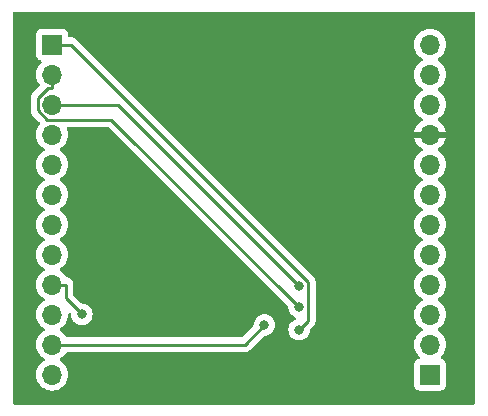
<source format=gbl>
G04 #@! TF.GenerationSoftware,KiCad,Pcbnew,7.0.7*
G04 #@! TF.CreationDate,2023-09-07T14:52:05+08:00*
G04 #@! TF.ProjectId,rs485,72733438-352e-46b6-9963-61645f706362,rev?*
G04 #@! TF.SameCoordinates,Original*
G04 #@! TF.FileFunction,Copper,L2,Bot*
G04 #@! TF.FilePolarity,Positive*
%FSLAX46Y46*%
G04 Gerber Fmt 4.6, Leading zero omitted, Abs format (unit mm)*
G04 Created by KiCad (PCBNEW 7.0.7) date 2023-09-07 14:52:05*
%MOMM*%
%LPD*%
G01*
G04 APERTURE LIST*
G04 #@! TA.AperFunction,ComponentPad*
%ADD10R,1.700000X1.700000*%
G04 #@! TD*
G04 #@! TA.AperFunction,ComponentPad*
%ADD11O,1.700000X1.700000*%
G04 #@! TD*
G04 #@! TA.AperFunction,ViaPad*
%ADD12C,0.800000*%
G04 #@! TD*
G04 #@! TA.AperFunction,Conductor*
%ADD13C,0.250000*%
G04 #@! TD*
G04 APERTURE END LIST*
D10*
X133604000Y-97277000D03*
D11*
X133604000Y-99817000D03*
X133604000Y-102357000D03*
X133604000Y-104897000D03*
X133604000Y-107437000D03*
X133604000Y-109977000D03*
X133604000Y-112517000D03*
X133604000Y-115057000D03*
X133604000Y-117597000D03*
X133604000Y-120137000D03*
X133604000Y-122677000D03*
X133604000Y-125217000D03*
D10*
X165608000Y-125222000D03*
D11*
X165608000Y-122682000D03*
X165608000Y-120142000D03*
X165608000Y-117602000D03*
X165608000Y-115062000D03*
X165608000Y-112522000D03*
X165608000Y-109982000D03*
X165608000Y-107442000D03*
X165608000Y-104902000D03*
X165608000Y-102362000D03*
X165608000Y-99822000D03*
X165608000Y-97282000D03*
D12*
X154517700Y-121420000D03*
X154505200Y-119507500D03*
X154518600Y-117712500D03*
X136127000Y-120120000D03*
X151585000Y-121011000D03*
D13*
X155283900Y-117376400D02*
X155283900Y-120653800D01*
X134779300Y-97277000D02*
X135184500Y-97277000D01*
X155283900Y-120653800D02*
X154517700Y-121420000D01*
X133604000Y-97277000D02*
X134779300Y-97277000D01*
X135184500Y-97277000D02*
X155283900Y-117376400D01*
X133186000Y-103627000D02*
X138624700Y-103627000D01*
X138624700Y-103627000D02*
X154505200Y-119507500D01*
X133604000Y-99817000D02*
X133604000Y-100992300D01*
X133604000Y-100992300D02*
X133236700Y-100992300D01*
X132411400Y-102852400D02*
X133186000Y-103627000D01*
X133236700Y-100992300D02*
X132411400Y-101817600D01*
X132411400Y-101817600D02*
X132411400Y-102852400D01*
X133604000Y-102357000D02*
X139163100Y-102357000D01*
X139163100Y-102357000D02*
X154518600Y-117712500D01*
X134779300Y-117597000D02*
X134779300Y-118772300D01*
X134779300Y-118772300D02*
X136127000Y-120120000D01*
X133604000Y-117597000D02*
X134779300Y-117597000D01*
X133604000Y-122677000D02*
X149919000Y-122677000D01*
X149919000Y-122677000D02*
X151585000Y-121011000D01*
G04 #@! TA.AperFunction,Conductor*
G36*
X169361039Y-94507685D02*
G01*
X169406794Y-94560489D01*
X169418000Y-94612000D01*
X169418000Y-127638000D01*
X169398315Y-127705039D01*
X169345511Y-127750794D01*
X169294000Y-127762000D01*
X130426000Y-127762000D01*
X130358961Y-127742315D01*
X130313206Y-127689511D01*
X130302000Y-127638000D01*
X130302000Y-101797795D01*
X131781240Y-101797795D01*
X131785625Y-101844183D01*
X131785900Y-101850021D01*
X131785900Y-102769654D01*
X131784175Y-102785272D01*
X131784461Y-102785299D01*
X131783726Y-102793066D01*
X131785899Y-102862214D01*
X131785899Y-102891751D01*
X131786768Y-102898632D01*
X131787226Y-102904451D01*
X131788690Y-102951024D01*
X131788691Y-102951027D01*
X131794280Y-102970267D01*
X131798224Y-102989311D01*
X131800736Y-103009192D01*
X131817890Y-103052519D01*
X131819782Y-103058047D01*
X131832781Y-103102788D01*
X131842980Y-103120034D01*
X131851538Y-103137503D01*
X131858914Y-103156132D01*
X131886298Y-103193823D01*
X131889506Y-103198707D01*
X131913227Y-103238816D01*
X131913233Y-103238824D01*
X131927390Y-103252980D01*
X131940028Y-103267776D01*
X131951805Y-103283986D01*
X131951806Y-103283987D01*
X131987709Y-103313688D01*
X131992020Y-103317610D01*
X132482364Y-103807955D01*
X132547324Y-103872915D01*
X132580809Y-103934238D01*
X132575825Y-104003930D01*
X132561218Y-104031719D01*
X132429965Y-104219169D01*
X132429964Y-104219171D01*
X132330098Y-104433335D01*
X132330094Y-104433344D01*
X132268938Y-104661586D01*
X132268936Y-104661596D01*
X132248341Y-104896999D01*
X132248341Y-104897000D01*
X132268936Y-105132403D01*
X132268938Y-105132413D01*
X132330094Y-105360655D01*
X132330096Y-105360659D01*
X132330097Y-105360663D01*
X132332349Y-105365492D01*
X132429965Y-105574830D01*
X132429967Y-105574834D01*
X132565501Y-105768395D01*
X132565506Y-105768402D01*
X132732597Y-105935493D01*
X132732603Y-105935498D01*
X132918158Y-106065425D01*
X132961783Y-106120002D01*
X132968977Y-106189500D01*
X132937454Y-106251855D01*
X132918158Y-106268575D01*
X132732597Y-106398505D01*
X132565505Y-106565597D01*
X132429965Y-106759169D01*
X132429964Y-106759171D01*
X132330098Y-106973335D01*
X132330094Y-106973344D01*
X132268938Y-107201586D01*
X132268936Y-107201596D01*
X132248341Y-107436999D01*
X132248341Y-107437000D01*
X132268936Y-107672403D01*
X132268938Y-107672413D01*
X132330094Y-107900655D01*
X132330096Y-107900659D01*
X132330097Y-107900663D01*
X132429965Y-108114829D01*
X132429965Y-108114830D01*
X132429967Y-108114834D01*
X132565501Y-108308395D01*
X132565506Y-108308402D01*
X132732597Y-108475493D01*
X132732603Y-108475498D01*
X132918158Y-108605425D01*
X132961783Y-108660002D01*
X132968977Y-108729500D01*
X132937454Y-108791855D01*
X132918158Y-108808575D01*
X132732597Y-108938505D01*
X132565505Y-109105597D01*
X132429965Y-109299169D01*
X132429964Y-109299171D01*
X132330098Y-109513335D01*
X132330094Y-109513344D01*
X132268938Y-109741586D01*
X132268936Y-109741596D01*
X132248341Y-109976999D01*
X132248341Y-109977000D01*
X132268936Y-110212403D01*
X132268938Y-110212413D01*
X132330094Y-110440655D01*
X132330096Y-110440659D01*
X132330097Y-110440663D01*
X132429964Y-110654830D01*
X132429965Y-110654830D01*
X132429967Y-110654834D01*
X132565501Y-110848395D01*
X132565506Y-110848402D01*
X132732597Y-111015493D01*
X132732603Y-111015498D01*
X132918158Y-111145425D01*
X132961783Y-111200002D01*
X132968977Y-111269500D01*
X132937454Y-111331855D01*
X132918158Y-111348575D01*
X132732597Y-111478505D01*
X132565505Y-111645597D01*
X132429965Y-111839169D01*
X132429964Y-111839171D01*
X132330098Y-112053335D01*
X132330094Y-112053344D01*
X132268938Y-112281586D01*
X132268936Y-112281596D01*
X132248341Y-112516999D01*
X132248341Y-112517000D01*
X132268936Y-112752403D01*
X132268938Y-112752413D01*
X132330094Y-112980655D01*
X132330096Y-112980659D01*
X132330097Y-112980663D01*
X132429965Y-113194829D01*
X132429965Y-113194830D01*
X132429967Y-113194834D01*
X132565501Y-113388395D01*
X132565506Y-113388402D01*
X132732597Y-113555493D01*
X132732603Y-113555498D01*
X132918158Y-113685425D01*
X132961783Y-113740002D01*
X132968977Y-113809500D01*
X132937454Y-113871855D01*
X132918158Y-113888575D01*
X132732597Y-114018505D01*
X132565505Y-114185597D01*
X132429965Y-114379169D01*
X132429964Y-114379171D01*
X132330098Y-114593335D01*
X132330094Y-114593344D01*
X132268938Y-114821586D01*
X132268936Y-114821596D01*
X132248341Y-115056999D01*
X132248341Y-115057000D01*
X132268936Y-115292403D01*
X132268938Y-115292413D01*
X132330094Y-115520655D01*
X132330096Y-115520659D01*
X132330097Y-115520663D01*
X132429964Y-115734830D01*
X132429965Y-115734830D01*
X132429967Y-115734834D01*
X132565501Y-115928395D01*
X132565506Y-115928402D01*
X132732597Y-116095493D01*
X132732603Y-116095498D01*
X132918158Y-116225425D01*
X132961783Y-116280002D01*
X132968977Y-116349500D01*
X132937454Y-116411855D01*
X132918158Y-116428575D01*
X132732597Y-116558505D01*
X132565505Y-116725597D01*
X132429965Y-116919169D01*
X132429964Y-116919171D01*
X132330098Y-117133335D01*
X132330094Y-117133344D01*
X132268938Y-117361586D01*
X132268936Y-117361596D01*
X132248341Y-117596999D01*
X132248341Y-117597000D01*
X132268936Y-117832403D01*
X132268938Y-117832413D01*
X132330094Y-118060655D01*
X132330096Y-118060659D01*
X132330097Y-118060663D01*
X132429965Y-118274830D01*
X132429967Y-118274834D01*
X132565501Y-118468395D01*
X132565506Y-118468402D01*
X132732597Y-118635493D01*
X132732603Y-118635498D01*
X132918158Y-118765425D01*
X132961783Y-118820002D01*
X132968977Y-118889500D01*
X132937454Y-118951855D01*
X132918158Y-118968575D01*
X132732597Y-119098505D01*
X132565505Y-119265597D01*
X132429965Y-119459169D01*
X132429964Y-119459171D01*
X132330098Y-119673335D01*
X132330094Y-119673344D01*
X132268938Y-119901586D01*
X132268936Y-119901596D01*
X132248341Y-120136999D01*
X132248341Y-120137000D01*
X132268936Y-120372403D01*
X132268938Y-120372413D01*
X132330094Y-120600655D01*
X132330096Y-120600659D01*
X132330097Y-120600663D01*
X132412771Y-120777958D01*
X132429965Y-120814830D01*
X132429967Y-120814834D01*
X132538281Y-120969521D01*
X132541932Y-120974736D01*
X132565501Y-121008395D01*
X132565506Y-121008402D01*
X132732597Y-121175493D01*
X132732603Y-121175498D01*
X132918158Y-121305425D01*
X132961783Y-121360002D01*
X132968977Y-121429500D01*
X132937454Y-121491855D01*
X132918158Y-121508575D01*
X132732597Y-121638505D01*
X132565505Y-121805597D01*
X132429965Y-121999169D01*
X132429964Y-121999171D01*
X132330098Y-122213335D01*
X132330094Y-122213344D01*
X132268938Y-122441586D01*
X132268936Y-122441596D01*
X132248341Y-122676999D01*
X132248341Y-122677000D01*
X132268936Y-122912403D01*
X132268938Y-122912413D01*
X132330094Y-123140655D01*
X132330096Y-123140659D01*
X132330097Y-123140663D01*
X132376630Y-123240453D01*
X132429965Y-123354830D01*
X132429967Y-123354834D01*
X132538281Y-123509521D01*
X132565501Y-123548396D01*
X132565506Y-123548402D01*
X132732597Y-123715493D01*
X132732603Y-123715498D01*
X132918158Y-123845425D01*
X132961783Y-123900002D01*
X132968977Y-123969500D01*
X132937454Y-124031855D01*
X132918158Y-124048575D01*
X132732597Y-124178505D01*
X132565505Y-124345597D01*
X132429965Y-124539169D01*
X132429964Y-124539171D01*
X132330098Y-124753335D01*
X132330094Y-124753344D01*
X132268938Y-124981586D01*
X132268936Y-124981596D01*
X132248341Y-125216999D01*
X132248341Y-125217000D01*
X132268936Y-125452403D01*
X132268938Y-125452413D01*
X132330094Y-125680655D01*
X132330096Y-125680659D01*
X132330097Y-125680663D01*
X132429964Y-125894830D01*
X132429965Y-125894830D01*
X132429967Y-125894834D01*
X132538281Y-126049521D01*
X132565505Y-126088401D01*
X132732599Y-126255495D01*
X132816631Y-126314335D01*
X132926165Y-126391032D01*
X132926167Y-126391033D01*
X132926170Y-126391035D01*
X133140337Y-126490903D01*
X133368592Y-126552063D01*
X133556918Y-126568539D01*
X133603999Y-126572659D01*
X133604000Y-126572659D01*
X133604001Y-126572659D01*
X133643234Y-126569226D01*
X133839408Y-126552063D01*
X134067663Y-126490903D01*
X134281830Y-126391035D01*
X134475401Y-126255495D01*
X134642495Y-126088401D01*
X134778035Y-125894830D01*
X134877903Y-125680663D01*
X134939063Y-125452408D01*
X134959659Y-125217000D01*
X134939063Y-124981592D01*
X134877903Y-124753337D01*
X134778035Y-124539171D01*
X134642495Y-124345599D01*
X134642494Y-124345597D01*
X134475402Y-124178506D01*
X134475396Y-124178501D01*
X134289842Y-124048575D01*
X134246217Y-123993998D01*
X134239023Y-123924500D01*
X134270546Y-123862145D01*
X134289842Y-123845425D01*
X134312026Y-123829891D01*
X134475401Y-123715495D01*
X134642495Y-123548401D01*
X134777651Y-123355377D01*
X134832229Y-123311752D01*
X134879227Y-123302500D01*
X149836257Y-123302500D01*
X149851877Y-123304224D01*
X149851904Y-123303939D01*
X149859660Y-123304671D01*
X149859667Y-123304673D01*
X149928814Y-123302500D01*
X149958350Y-123302500D01*
X149965228Y-123301630D01*
X149971041Y-123301172D01*
X150017627Y-123299709D01*
X150036869Y-123294117D01*
X150055912Y-123290174D01*
X150075792Y-123287664D01*
X150119122Y-123270507D01*
X150124646Y-123268617D01*
X150128396Y-123267527D01*
X150169390Y-123255618D01*
X150186629Y-123245422D01*
X150204103Y-123236862D01*
X150222727Y-123229488D01*
X150222727Y-123229487D01*
X150222732Y-123229486D01*
X150260449Y-123202082D01*
X150265305Y-123198892D01*
X150305420Y-123175170D01*
X150319589Y-123160999D01*
X150334379Y-123148368D01*
X150350587Y-123136594D01*
X150380299Y-123100676D01*
X150384212Y-123096376D01*
X150798588Y-122682000D01*
X164252341Y-122682000D01*
X164272936Y-122917403D01*
X164272938Y-122917413D01*
X164334094Y-123145655D01*
X164334096Y-123145659D01*
X164334097Y-123145663D01*
X164408244Y-123304672D01*
X164433965Y-123359830D01*
X164433967Y-123359834D01*
X164542281Y-123514521D01*
X164569501Y-123553396D01*
X164569506Y-123553402D01*
X164691430Y-123675326D01*
X164724915Y-123736649D01*
X164719931Y-123806341D01*
X164678059Y-123862274D01*
X164647083Y-123879189D01*
X164515669Y-123928203D01*
X164515664Y-123928206D01*
X164400455Y-124014452D01*
X164400452Y-124014455D01*
X164314206Y-124129664D01*
X164314202Y-124129671D01*
X164263908Y-124264517D01*
X164257501Y-124324116D01*
X164257501Y-124324123D01*
X164257500Y-124324135D01*
X164257500Y-126119870D01*
X164257501Y-126119876D01*
X164263908Y-126179483D01*
X164314202Y-126314328D01*
X164314206Y-126314335D01*
X164400452Y-126429544D01*
X164400455Y-126429547D01*
X164515664Y-126515793D01*
X164515671Y-126515797D01*
X164650517Y-126566091D01*
X164650516Y-126566091D01*
X164657444Y-126566835D01*
X164710127Y-126572500D01*
X166505872Y-126572499D01*
X166565483Y-126566091D01*
X166700331Y-126515796D01*
X166815546Y-126429546D01*
X166901796Y-126314331D01*
X166952091Y-126179483D01*
X166958500Y-126119873D01*
X166958499Y-124324128D01*
X166952091Y-124264517D01*
X166901796Y-124129669D01*
X166901795Y-124129668D01*
X166901793Y-124129664D01*
X166815547Y-124014455D01*
X166815544Y-124014452D01*
X166700335Y-123928206D01*
X166700328Y-123928202D01*
X166568917Y-123879189D01*
X166512983Y-123837318D01*
X166488566Y-123771853D01*
X166503418Y-123703580D01*
X166524563Y-123675332D01*
X166646495Y-123553401D01*
X166782035Y-123359830D01*
X166881903Y-123145663D01*
X166943063Y-122917408D01*
X166963659Y-122682000D01*
X166963221Y-122676999D01*
X166943063Y-122446596D01*
X166943063Y-122446592D01*
X166881903Y-122218337D01*
X166782035Y-122004171D01*
X166778151Y-121998623D01*
X166646494Y-121810597D01*
X166479402Y-121643506D01*
X166479396Y-121643501D01*
X166293842Y-121513575D01*
X166250217Y-121458998D01*
X166243023Y-121389500D01*
X166274546Y-121327145D01*
X166293842Y-121310425D01*
X166406210Y-121231744D01*
X166479401Y-121180495D01*
X166646495Y-121013401D01*
X166782035Y-120819830D01*
X166881903Y-120605663D01*
X166943063Y-120377408D01*
X166963659Y-120142000D01*
X166963221Y-120136999D01*
X166952449Y-120013872D01*
X166943063Y-119906592D01*
X166881903Y-119678337D01*
X166782035Y-119464171D01*
X166774304Y-119453129D01*
X166646494Y-119270597D01*
X166479402Y-119103506D01*
X166479396Y-119103501D01*
X166293842Y-118973575D01*
X166250217Y-118918998D01*
X166243023Y-118849500D01*
X166274546Y-118787145D01*
X166293842Y-118770425D01*
X166316026Y-118754891D01*
X166479401Y-118640495D01*
X166646495Y-118473401D01*
X166782035Y-118279830D01*
X166881903Y-118065663D01*
X166943063Y-117837408D01*
X166963659Y-117602000D01*
X166963221Y-117596999D01*
X166957898Y-117536155D01*
X166943063Y-117366592D01*
X166895621Y-117189534D01*
X166881905Y-117138344D01*
X166881904Y-117138343D01*
X166881903Y-117138337D01*
X166782035Y-116924171D01*
X166779422Y-116920438D01*
X166646494Y-116730597D01*
X166479402Y-116563506D01*
X166479396Y-116563501D01*
X166293842Y-116433575D01*
X166250217Y-116378998D01*
X166243023Y-116309500D01*
X166274546Y-116247145D01*
X166293842Y-116230425D01*
X166316026Y-116214891D01*
X166479401Y-116100495D01*
X166646495Y-115933401D01*
X166782035Y-115739830D01*
X166881903Y-115525663D01*
X166943063Y-115297408D01*
X166963659Y-115062000D01*
X166963221Y-115056999D01*
X166943063Y-114826596D01*
X166943063Y-114826592D01*
X166881903Y-114598337D01*
X166782035Y-114384171D01*
X166646495Y-114190599D01*
X166646494Y-114190597D01*
X166479402Y-114023506D01*
X166479396Y-114023501D01*
X166293842Y-113893575D01*
X166250217Y-113838998D01*
X166243023Y-113769500D01*
X166274546Y-113707145D01*
X166293842Y-113690425D01*
X166316026Y-113674891D01*
X166479401Y-113560495D01*
X166646495Y-113393401D01*
X166782035Y-113199830D01*
X166881903Y-112985663D01*
X166943063Y-112757408D01*
X166963659Y-112522000D01*
X166963221Y-112516999D01*
X166943063Y-112286596D01*
X166943063Y-112286592D01*
X166881903Y-112058337D01*
X166782035Y-111844171D01*
X166646495Y-111650599D01*
X166646494Y-111650597D01*
X166479402Y-111483506D01*
X166479396Y-111483501D01*
X166293842Y-111353575D01*
X166250217Y-111298998D01*
X166243023Y-111229500D01*
X166274546Y-111167145D01*
X166293842Y-111150425D01*
X166316026Y-111134891D01*
X166479401Y-111020495D01*
X166646495Y-110853401D01*
X166782035Y-110659830D01*
X166881903Y-110445663D01*
X166943063Y-110217408D01*
X166963659Y-109982000D01*
X166963221Y-109976999D01*
X166943063Y-109746596D01*
X166943063Y-109746592D01*
X166881903Y-109518337D01*
X166782035Y-109304171D01*
X166646495Y-109110599D01*
X166646494Y-109110597D01*
X166479402Y-108943506D01*
X166479396Y-108943501D01*
X166293842Y-108813575D01*
X166250217Y-108758998D01*
X166243023Y-108689500D01*
X166274546Y-108627145D01*
X166293842Y-108610425D01*
X166316026Y-108594891D01*
X166479401Y-108480495D01*
X166646495Y-108313401D01*
X166782035Y-108119830D01*
X166881903Y-107905663D01*
X166943063Y-107677408D01*
X166963659Y-107442000D01*
X166963221Y-107436999D01*
X166943063Y-107206596D01*
X166943063Y-107206592D01*
X166881903Y-106978337D01*
X166782035Y-106764171D01*
X166646495Y-106570599D01*
X166646494Y-106570597D01*
X166479402Y-106403506D01*
X166479401Y-106403505D01*
X166293405Y-106273269D01*
X166249781Y-106218692D01*
X166242588Y-106149193D01*
X166274110Y-106086839D01*
X166293405Y-106070119D01*
X166479082Y-105940105D01*
X166646105Y-105773082D01*
X166781600Y-105579578D01*
X166881429Y-105365492D01*
X166881432Y-105365486D01*
X166938636Y-105152000D01*
X166221347Y-105152000D01*
X166154308Y-105132315D01*
X166108553Y-105079511D01*
X166098609Y-105010353D01*
X166102369Y-104993067D01*
X166108000Y-104973888D01*
X166108000Y-104830111D01*
X166102369Y-104810933D01*
X166102370Y-104741064D01*
X166140145Y-104682286D01*
X166203701Y-104653262D01*
X166221347Y-104652000D01*
X166938636Y-104652000D01*
X166938635Y-104651999D01*
X166881432Y-104438513D01*
X166881429Y-104438507D01*
X166781600Y-104224422D01*
X166781599Y-104224420D01*
X166646113Y-104030926D01*
X166646108Y-104030920D01*
X166479078Y-103863890D01*
X166293405Y-103733879D01*
X166249780Y-103679302D01*
X166242588Y-103609804D01*
X166274110Y-103547449D01*
X166293406Y-103530730D01*
X166479401Y-103400495D01*
X166646495Y-103233401D01*
X166782035Y-103039830D01*
X166881903Y-102825663D01*
X166943063Y-102597408D01*
X166963659Y-102362000D01*
X166943063Y-102126592D01*
X166881903Y-101898337D01*
X166782035Y-101684171D01*
X166778151Y-101678623D01*
X166646494Y-101490597D01*
X166479402Y-101323506D01*
X166479396Y-101323501D01*
X166293842Y-101193575D01*
X166250217Y-101138998D01*
X166243023Y-101069500D01*
X166274546Y-101007145D01*
X166293842Y-100990425D01*
X166316026Y-100974891D01*
X166479401Y-100860495D01*
X166646495Y-100693401D01*
X166782035Y-100499830D01*
X166881903Y-100285663D01*
X166943063Y-100057408D01*
X166963659Y-99822000D01*
X166963221Y-99816999D01*
X166943063Y-99586596D01*
X166943063Y-99586592D01*
X166881903Y-99358337D01*
X166782035Y-99144171D01*
X166646495Y-98950599D01*
X166646494Y-98950597D01*
X166479402Y-98783506D01*
X166479396Y-98783501D01*
X166293842Y-98653575D01*
X166250217Y-98598998D01*
X166243023Y-98529500D01*
X166274546Y-98467145D01*
X166293842Y-98450425D01*
X166409660Y-98369328D01*
X166479401Y-98320495D01*
X166646495Y-98153401D01*
X166782035Y-97959830D01*
X166881903Y-97745663D01*
X166943063Y-97517408D01*
X166963659Y-97282000D01*
X166943063Y-97046592D01*
X166881903Y-96818337D01*
X166782035Y-96604171D01*
X166646495Y-96410599D01*
X166646494Y-96410597D01*
X166479402Y-96243506D01*
X166479395Y-96243501D01*
X166285834Y-96107967D01*
X166285830Y-96107965D01*
X166203243Y-96069454D01*
X166071663Y-96008097D01*
X166071659Y-96008096D01*
X166071655Y-96008094D01*
X165843413Y-95946938D01*
X165843403Y-95946936D01*
X165608001Y-95926341D01*
X165607999Y-95926341D01*
X165372596Y-95946936D01*
X165372586Y-95946938D01*
X165144344Y-96008094D01*
X165144335Y-96008098D01*
X164930171Y-96107964D01*
X164930169Y-96107965D01*
X164736597Y-96243505D01*
X164569505Y-96410597D01*
X164433965Y-96604169D01*
X164433964Y-96604171D01*
X164334098Y-96818335D01*
X164334094Y-96818344D01*
X164272938Y-97046586D01*
X164272936Y-97046596D01*
X164252341Y-97281999D01*
X164252341Y-97282000D01*
X164272936Y-97517403D01*
X164272938Y-97517413D01*
X164334094Y-97745655D01*
X164334096Y-97745659D01*
X164334097Y-97745663D01*
X164420796Y-97931589D01*
X164433965Y-97959830D01*
X164433967Y-97959834D01*
X164569501Y-98153395D01*
X164569506Y-98153402D01*
X164736597Y-98320493D01*
X164736603Y-98320498D01*
X164922158Y-98450425D01*
X164965783Y-98505002D01*
X164972977Y-98574500D01*
X164941454Y-98636855D01*
X164922158Y-98653575D01*
X164736597Y-98783505D01*
X164569505Y-98950597D01*
X164433965Y-99144169D01*
X164433964Y-99144171D01*
X164340401Y-99344816D01*
X164336430Y-99353335D01*
X164334098Y-99358335D01*
X164334094Y-99358344D01*
X164272938Y-99586586D01*
X164272936Y-99586596D01*
X164252341Y-99821999D01*
X164252341Y-99822000D01*
X164272936Y-100057403D01*
X164272938Y-100057413D01*
X164334094Y-100285655D01*
X164334096Y-100285659D01*
X164334097Y-100285663D01*
X164431633Y-100494830D01*
X164433965Y-100499830D01*
X164433967Y-100499834D01*
X164569501Y-100693395D01*
X164569506Y-100693402D01*
X164736597Y-100860493D01*
X164736603Y-100860498D01*
X164922158Y-100990425D01*
X164965783Y-101045002D01*
X164972977Y-101114500D01*
X164941454Y-101176855D01*
X164922158Y-101193575D01*
X164736597Y-101323505D01*
X164569505Y-101490597D01*
X164433965Y-101684169D01*
X164433964Y-101684171D01*
X164334098Y-101898335D01*
X164334094Y-101898344D01*
X164272938Y-102126586D01*
X164272936Y-102126596D01*
X164252341Y-102361999D01*
X164252341Y-102362000D01*
X164272936Y-102597403D01*
X164272938Y-102597413D01*
X164334094Y-102825655D01*
X164334096Y-102825659D01*
X164334097Y-102825663D01*
X164430964Y-103033395D01*
X164433965Y-103039830D01*
X164433967Y-103039834D01*
X164569501Y-103233395D01*
X164569506Y-103233402D01*
X164736597Y-103400493D01*
X164736603Y-103400498D01*
X164922594Y-103530730D01*
X164966219Y-103585307D01*
X164973413Y-103654805D01*
X164941890Y-103717160D01*
X164922595Y-103733880D01*
X164736922Y-103863890D01*
X164736920Y-103863891D01*
X164569891Y-104030920D01*
X164569886Y-104030926D01*
X164434400Y-104224420D01*
X164434399Y-104224422D01*
X164334570Y-104438507D01*
X164334567Y-104438513D01*
X164277364Y-104651999D01*
X164277364Y-104652000D01*
X164994653Y-104652000D01*
X165061692Y-104671685D01*
X165107447Y-104724489D01*
X165117391Y-104793647D01*
X165113631Y-104810933D01*
X165108000Y-104830111D01*
X165108000Y-104973888D01*
X165113631Y-104993067D01*
X165113630Y-105062936D01*
X165075855Y-105121714D01*
X165012299Y-105150738D01*
X164994653Y-105152000D01*
X164277364Y-105152000D01*
X164334567Y-105365486D01*
X164334570Y-105365492D01*
X164434399Y-105579578D01*
X164569894Y-105773082D01*
X164736917Y-105940105D01*
X164922595Y-106070119D01*
X164966219Y-106124696D01*
X164973412Y-106194195D01*
X164941890Y-106256549D01*
X164922595Y-106273269D01*
X164736594Y-106403508D01*
X164569505Y-106570597D01*
X164433965Y-106764169D01*
X164433964Y-106764171D01*
X164340401Y-106964816D01*
X164336430Y-106973335D01*
X164334098Y-106978335D01*
X164334094Y-106978344D01*
X164272938Y-107206586D01*
X164272936Y-107206596D01*
X164252341Y-107441999D01*
X164252341Y-107442000D01*
X164272936Y-107677403D01*
X164272938Y-107677413D01*
X164334094Y-107905655D01*
X164334096Y-107905659D01*
X164334097Y-107905663D01*
X164431633Y-108114830D01*
X164433965Y-108119830D01*
X164433967Y-108119834D01*
X164569501Y-108313395D01*
X164569506Y-108313402D01*
X164736597Y-108480493D01*
X164736603Y-108480498D01*
X164922158Y-108610425D01*
X164965783Y-108665002D01*
X164972977Y-108734500D01*
X164941454Y-108796855D01*
X164922158Y-108813575D01*
X164736597Y-108943505D01*
X164569505Y-109110597D01*
X164433965Y-109304169D01*
X164433964Y-109304171D01*
X164340401Y-109504816D01*
X164336430Y-109513335D01*
X164334098Y-109518335D01*
X164334094Y-109518344D01*
X164272938Y-109746586D01*
X164272936Y-109746596D01*
X164252341Y-109981999D01*
X164252341Y-109982000D01*
X164272936Y-110217403D01*
X164272938Y-110217413D01*
X164334094Y-110445655D01*
X164334096Y-110445659D01*
X164334097Y-110445663D01*
X164431633Y-110654830D01*
X164433965Y-110659830D01*
X164433967Y-110659834D01*
X164569501Y-110853395D01*
X164569506Y-110853402D01*
X164736597Y-111020493D01*
X164736603Y-111020498D01*
X164922158Y-111150425D01*
X164965783Y-111205002D01*
X164972977Y-111274500D01*
X164941454Y-111336855D01*
X164922158Y-111353575D01*
X164736597Y-111483505D01*
X164569505Y-111650597D01*
X164433965Y-111844169D01*
X164433964Y-111844171D01*
X164340401Y-112044816D01*
X164336430Y-112053335D01*
X164334098Y-112058335D01*
X164334094Y-112058344D01*
X164272938Y-112286586D01*
X164272936Y-112286596D01*
X164252341Y-112521999D01*
X164252341Y-112522000D01*
X164272936Y-112757403D01*
X164272938Y-112757413D01*
X164334094Y-112985655D01*
X164334096Y-112985659D01*
X164334097Y-112985663D01*
X164431633Y-113194830D01*
X164433965Y-113199830D01*
X164433967Y-113199834D01*
X164569501Y-113393395D01*
X164569506Y-113393402D01*
X164736597Y-113560493D01*
X164736603Y-113560498D01*
X164922158Y-113690425D01*
X164965783Y-113745002D01*
X164972977Y-113814500D01*
X164941454Y-113876855D01*
X164922158Y-113893575D01*
X164736597Y-114023505D01*
X164569505Y-114190597D01*
X164433965Y-114384169D01*
X164433964Y-114384171D01*
X164340401Y-114584816D01*
X164336430Y-114593335D01*
X164334098Y-114598335D01*
X164334094Y-114598344D01*
X164272938Y-114826586D01*
X164272936Y-114826596D01*
X164252341Y-115061999D01*
X164252341Y-115062000D01*
X164272936Y-115297403D01*
X164272938Y-115297413D01*
X164334094Y-115525655D01*
X164334096Y-115525659D01*
X164334097Y-115525663D01*
X164431633Y-115734830D01*
X164433965Y-115739830D01*
X164433967Y-115739834D01*
X164569501Y-115933395D01*
X164569506Y-115933402D01*
X164736597Y-116100493D01*
X164736603Y-116100498D01*
X164922158Y-116230425D01*
X164965783Y-116285002D01*
X164972977Y-116354500D01*
X164941454Y-116416855D01*
X164922158Y-116433575D01*
X164736597Y-116563505D01*
X164569505Y-116730597D01*
X164433965Y-116924169D01*
X164433964Y-116924171D01*
X164358067Y-117086934D01*
X164336430Y-117133335D01*
X164334098Y-117138335D01*
X164334094Y-117138344D01*
X164272938Y-117366586D01*
X164272936Y-117366596D01*
X164252341Y-117601999D01*
X164252341Y-117602000D01*
X164272936Y-117837403D01*
X164272938Y-117837413D01*
X164334094Y-118065655D01*
X164334096Y-118065659D01*
X164334097Y-118065663D01*
X164431633Y-118274830D01*
X164433965Y-118279830D01*
X164433967Y-118279834D01*
X164569501Y-118473395D01*
X164569506Y-118473402D01*
X164736597Y-118640493D01*
X164736603Y-118640498D01*
X164922158Y-118770425D01*
X164965783Y-118825002D01*
X164972977Y-118894500D01*
X164941454Y-118956855D01*
X164922158Y-118973575D01*
X164736597Y-119103505D01*
X164569505Y-119270597D01*
X164433965Y-119464169D01*
X164433964Y-119464171D01*
X164376322Y-119587785D01*
X164336430Y-119673335D01*
X164334098Y-119678335D01*
X164334094Y-119678344D01*
X164272938Y-119906586D01*
X164272936Y-119906596D01*
X164252341Y-120141999D01*
X164252341Y-120142000D01*
X164272936Y-120377403D01*
X164272938Y-120377413D01*
X164334094Y-120605655D01*
X164334096Y-120605659D01*
X164334097Y-120605663D01*
X164400056Y-120747112D01*
X164433965Y-120819830D01*
X164433967Y-120819834D01*
X164569501Y-121013395D01*
X164569506Y-121013402D01*
X164736597Y-121180493D01*
X164736603Y-121180498D01*
X164922158Y-121310425D01*
X164965783Y-121365002D01*
X164972977Y-121434500D01*
X164941454Y-121496855D01*
X164922158Y-121513575D01*
X164736597Y-121643505D01*
X164569505Y-121810597D01*
X164433965Y-122004169D01*
X164433964Y-122004171D01*
X164392595Y-122092888D01*
X164336430Y-122213335D01*
X164334098Y-122218335D01*
X164334094Y-122218344D01*
X164272938Y-122446586D01*
X164272936Y-122446596D01*
X164252341Y-122681999D01*
X164252341Y-122682000D01*
X150798588Y-122682000D01*
X151532770Y-121947819D01*
X151594094Y-121914334D01*
X151620452Y-121911500D01*
X151679644Y-121911500D01*
X151679646Y-121911500D01*
X151864803Y-121872144D01*
X152037730Y-121795151D01*
X152190871Y-121683888D01*
X152317533Y-121543216D01*
X152412179Y-121379284D01*
X152470674Y-121199256D01*
X152490460Y-121011000D01*
X152470674Y-120822744D01*
X152412179Y-120642716D01*
X152317533Y-120478784D01*
X152190871Y-120338112D01*
X152126923Y-120291651D01*
X152037734Y-120226851D01*
X152037729Y-120226848D01*
X151864807Y-120149857D01*
X151864802Y-120149855D01*
X151719001Y-120118865D01*
X151679646Y-120110500D01*
X151490354Y-120110500D01*
X151457897Y-120117398D01*
X151305197Y-120149855D01*
X151305192Y-120149857D01*
X151132270Y-120226848D01*
X151132265Y-120226851D01*
X150979129Y-120338111D01*
X150852466Y-120478785D01*
X150757821Y-120642715D01*
X150757818Y-120642722D01*
X150699327Y-120822740D01*
X150699326Y-120822744D01*
X150683351Y-120974737D01*
X150681679Y-120990649D01*
X150655094Y-121055263D01*
X150646039Y-121065368D01*
X149696228Y-122015181D01*
X149634905Y-122048666D01*
X149608547Y-122051500D01*
X134879227Y-122051500D01*
X134812188Y-122031815D01*
X134777652Y-121998623D01*
X134642494Y-121805597D01*
X134475402Y-121638506D01*
X134475396Y-121638501D01*
X134289842Y-121508575D01*
X134246217Y-121453998D01*
X134239023Y-121384500D01*
X134270546Y-121322145D01*
X134289842Y-121305425D01*
X134395075Y-121231740D01*
X134475401Y-121175495D01*
X134642495Y-121008401D01*
X134778035Y-120814830D01*
X134877903Y-120600663D01*
X134939063Y-120372408D01*
X134959659Y-120137000D01*
X134959659Y-120136999D01*
X134959659Y-120136610D01*
X134959707Y-120136444D01*
X134960131Y-120131606D01*
X134961103Y-120131691D01*
X134979344Y-120069571D01*
X135032148Y-120023816D01*
X135101306Y-120013872D01*
X135164862Y-120042897D01*
X135171314Y-120048904D01*
X135188042Y-120065632D01*
X135221524Y-120126955D01*
X135223678Y-120140347D01*
X135224678Y-120149857D01*
X135241326Y-120308256D01*
X135241327Y-120308259D01*
X135299818Y-120488277D01*
X135299821Y-120488284D01*
X135394467Y-120652216D01*
X135479911Y-120747111D01*
X135521129Y-120792888D01*
X135674265Y-120904148D01*
X135674270Y-120904151D01*
X135847192Y-120981142D01*
X135847197Y-120981144D01*
X136032354Y-121020500D01*
X136032355Y-121020500D01*
X136221644Y-121020500D01*
X136221646Y-121020500D01*
X136406803Y-120981144D01*
X136579730Y-120904151D01*
X136732871Y-120792888D01*
X136859533Y-120652216D01*
X136954179Y-120488284D01*
X137012674Y-120308256D01*
X137032460Y-120120000D01*
X137012674Y-119931744D01*
X136954179Y-119751716D01*
X136859533Y-119587784D01*
X136732871Y-119447112D01*
X136732870Y-119447111D01*
X136579734Y-119335851D01*
X136579729Y-119335848D01*
X136406807Y-119258857D01*
X136406802Y-119258855D01*
X136261001Y-119227865D01*
X136221646Y-119219500D01*
X136221645Y-119219500D01*
X136162452Y-119219500D01*
X136095413Y-119199815D01*
X136074771Y-119183181D01*
X135441119Y-118549528D01*
X135407634Y-118488205D01*
X135404800Y-118461847D01*
X135404800Y-117667844D01*
X135406997Y-117644606D01*
X135408527Y-117636588D01*
X135404921Y-117579275D01*
X135404800Y-117575403D01*
X135404800Y-117557650D01*
X135402570Y-117540002D01*
X135402210Y-117536191D01*
X135398604Y-117478862D01*
X135396079Y-117471092D01*
X135390987Y-117448314D01*
X135389964Y-117440208D01*
X135368820Y-117386806D01*
X135367511Y-117383170D01*
X135349767Y-117328559D01*
X135345389Y-117321661D01*
X135334795Y-117300868D01*
X135331786Y-117293268D01*
X135298036Y-117246815D01*
X135295845Y-117243592D01*
X135293238Y-117239484D01*
X135265086Y-117195123D01*
X135259133Y-117189533D01*
X135243698Y-117172025D01*
X135238894Y-117165413D01*
X135238891Y-117165411D01*
X135238891Y-117165410D01*
X135194661Y-117128820D01*
X135191738Y-117126243D01*
X135149885Y-117086940D01*
X135149877Y-117086934D01*
X135142715Y-117082997D01*
X135123414Y-117069880D01*
X135117124Y-117064676D01*
X135065178Y-117040232D01*
X135061717Y-117038469D01*
X135011392Y-117010803D01*
X135011389Y-117010802D01*
X135011385Y-117010800D01*
X135003474Y-117008769D01*
X134981522Y-117000866D01*
X134974125Y-116997385D01*
X134974121Y-116997384D01*
X134917744Y-116986630D01*
X134913944Y-116985780D01*
X134850765Y-116969560D01*
X134851549Y-116966505D01*
X134800846Y-116944350D01*
X134778923Y-116920438D01*
X134642494Y-116725597D01*
X134475402Y-116558506D01*
X134475396Y-116558501D01*
X134289842Y-116428575D01*
X134246217Y-116373998D01*
X134239023Y-116304500D01*
X134270546Y-116242145D01*
X134289842Y-116225425D01*
X134312026Y-116209891D01*
X134475401Y-116095495D01*
X134642495Y-115928401D01*
X134778035Y-115734830D01*
X134877903Y-115520663D01*
X134939063Y-115292408D01*
X134959659Y-115057000D01*
X134939063Y-114821592D01*
X134877903Y-114593337D01*
X134778035Y-114379171D01*
X134642495Y-114185599D01*
X134642494Y-114185597D01*
X134475402Y-114018506D01*
X134475396Y-114018501D01*
X134289842Y-113888575D01*
X134246217Y-113833998D01*
X134239023Y-113764500D01*
X134270546Y-113702145D01*
X134289842Y-113685425D01*
X134312026Y-113669891D01*
X134475401Y-113555495D01*
X134642495Y-113388401D01*
X134778035Y-113194830D01*
X134877903Y-112980663D01*
X134939063Y-112752408D01*
X134959659Y-112517000D01*
X134939063Y-112281592D01*
X134877903Y-112053337D01*
X134778035Y-111839171D01*
X134642495Y-111645599D01*
X134642494Y-111645597D01*
X134475402Y-111478506D01*
X134475396Y-111478501D01*
X134289842Y-111348575D01*
X134246217Y-111293998D01*
X134239023Y-111224500D01*
X134270546Y-111162145D01*
X134289842Y-111145425D01*
X134312026Y-111129891D01*
X134475401Y-111015495D01*
X134642495Y-110848401D01*
X134778035Y-110654830D01*
X134877903Y-110440663D01*
X134939063Y-110212408D01*
X134959659Y-109977000D01*
X134939063Y-109741592D01*
X134877903Y-109513337D01*
X134778035Y-109299171D01*
X134642495Y-109105599D01*
X134642494Y-109105597D01*
X134475402Y-108938506D01*
X134475396Y-108938501D01*
X134289842Y-108808575D01*
X134246217Y-108753998D01*
X134239023Y-108684500D01*
X134270546Y-108622145D01*
X134289842Y-108605425D01*
X134312026Y-108589891D01*
X134475401Y-108475495D01*
X134642495Y-108308401D01*
X134778035Y-108114830D01*
X134877903Y-107900663D01*
X134939063Y-107672408D01*
X134959659Y-107437000D01*
X134939063Y-107201592D01*
X134877903Y-106973337D01*
X134778035Y-106759171D01*
X134642495Y-106565599D01*
X134642494Y-106565597D01*
X134475402Y-106398506D01*
X134475396Y-106398501D01*
X134289842Y-106268575D01*
X134246217Y-106213998D01*
X134239023Y-106144500D01*
X134270546Y-106082145D01*
X134289842Y-106065425D01*
X134468817Y-105940105D01*
X134475401Y-105935495D01*
X134642495Y-105768401D01*
X134778035Y-105574830D01*
X134877903Y-105360663D01*
X134939063Y-105132408D01*
X134959659Y-104897000D01*
X134939063Y-104661592D01*
X134877903Y-104433337D01*
X134875837Y-104428906D01*
X134865344Y-104359829D01*
X134893863Y-104296045D01*
X134952339Y-104257804D01*
X134988218Y-104252500D01*
X138314248Y-104252500D01*
X138381287Y-104272185D01*
X138401929Y-104288819D01*
X153566238Y-119453129D01*
X153599723Y-119514452D01*
X153601878Y-119527848D01*
X153608178Y-119587784D01*
X153619526Y-119695756D01*
X153619527Y-119695759D01*
X153678018Y-119875777D01*
X153678021Y-119875784D01*
X153772667Y-120039716D01*
X153864764Y-120142000D01*
X153899329Y-120180388D01*
X154052465Y-120291648D01*
X154052466Y-120291648D01*
X154052470Y-120291651D01*
X154190829Y-120353253D01*
X154244066Y-120398503D01*
X154264387Y-120465352D01*
X154245342Y-120532576D01*
X154192975Y-120578831D01*
X154190830Y-120579811D01*
X154064967Y-120635850D01*
X154064965Y-120635851D01*
X153911829Y-120747111D01*
X153785166Y-120887785D01*
X153690521Y-121051715D01*
X153690518Y-121051722D01*
X153642582Y-121199256D01*
X153632026Y-121231744D01*
X153612240Y-121420000D01*
X153632026Y-121608256D01*
X153632027Y-121608259D01*
X153690518Y-121788277D01*
X153690521Y-121788284D01*
X153785167Y-121952216D01*
X153872011Y-122048666D01*
X153911829Y-122092888D01*
X154064965Y-122204148D01*
X154064970Y-122204151D01*
X154237892Y-122281142D01*
X154237897Y-122281144D01*
X154423054Y-122320500D01*
X154423055Y-122320500D01*
X154612344Y-122320500D01*
X154612346Y-122320500D01*
X154797503Y-122281144D01*
X154970430Y-122204151D01*
X155123571Y-122092888D01*
X155250233Y-121952216D01*
X155344879Y-121788284D01*
X155403374Y-121608256D01*
X155421021Y-121440344D01*
X155447604Y-121375734D01*
X155456651Y-121365638D01*
X155667688Y-121154601D01*
X155679942Y-121144786D01*
X155679759Y-121144564D01*
X155685766Y-121139592D01*
X155685777Y-121139586D01*
X155716675Y-121106682D01*
X155733127Y-121089164D01*
X155743571Y-121078718D01*
X155754020Y-121068271D01*
X155758279Y-121062778D01*
X155762052Y-121058361D01*
X155793962Y-121024382D01*
X155803613Y-121006824D01*
X155814296Y-120990561D01*
X155826573Y-120974736D01*
X155845085Y-120931953D01*
X155847638Y-120926741D01*
X155870097Y-120885892D01*
X155875080Y-120866480D01*
X155881381Y-120848080D01*
X155889337Y-120829696D01*
X155896629Y-120783652D01*
X155897806Y-120777971D01*
X155909400Y-120732819D01*
X155909400Y-120712782D01*
X155910927Y-120693382D01*
X155914060Y-120673604D01*
X155909675Y-120627215D01*
X155909400Y-120621377D01*
X155909400Y-117459139D01*
X155911124Y-117443526D01*
X155910838Y-117443499D01*
X155911572Y-117435735D01*
X155909400Y-117366592D01*
X155909400Y-117337051D01*
X155909400Y-117337050D01*
X155908529Y-117330159D01*
X155908072Y-117324345D01*
X155906609Y-117277772D01*
X155901022Y-117258544D01*
X155897074Y-117239484D01*
X155894563Y-117219604D01*
X155877412Y-117176287D01*
X155875519Y-117170758D01*
X155862518Y-117126009D01*
X155862516Y-117126006D01*
X155852323Y-117108771D01*
X155843761Y-117091294D01*
X155836387Y-117072670D01*
X155830579Y-117064676D01*
X155808979Y-117034945D01*
X155805788Y-117030086D01*
X155794384Y-117010803D01*
X155782070Y-116989980D01*
X155782068Y-116989978D01*
X155782065Y-116989974D01*
X155767906Y-116975815D01*
X155755268Y-116961019D01*
X155743494Y-116944813D01*
X155742934Y-116944350D01*
X155707588Y-116915109D01*
X155703276Y-116911186D01*
X135685303Y-96893212D01*
X135675480Y-96880950D01*
X135675259Y-96881134D01*
X135670286Y-96875123D01*
X135670285Y-96875122D01*
X135619864Y-96827773D01*
X135609419Y-96817328D01*
X135598975Y-96806883D01*
X135593486Y-96802625D01*
X135589061Y-96798847D01*
X135555082Y-96766938D01*
X135555080Y-96766936D01*
X135555077Y-96766935D01*
X135537529Y-96757288D01*
X135521263Y-96746604D01*
X135505433Y-96734325D01*
X135462668Y-96715818D01*
X135457422Y-96713248D01*
X135416593Y-96690803D01*
X135416592Y-96690802D01*
X135397193Y-96685822D01*
X135378781Y-96679518D01*
X135360398Y-96671562D01*
X135360392Y-96671560D01*
X135314374Y-96664272D01*
X135308652Y-96663087D01*
X135263521Y-96651500D01*
X135263519Y-96651500D01*
X135243484Y-96651500D01*
X135224086Y-96649973D01*
X135216662Y-96648797D01*
X135204305Y-96646840D01*
X135204304Y-96646840D01*
X135157916Y-96651225D01*
X135152078Y-96651500D01*
X135078499Y-96651500D01*
X135011460Y-96631815D01*
X134965705Y-96579011D01*
X134954499Y-96527500D01*
X134954499Y-96379129D01*
X134954498Y-96379123D01*
X134954497Y-96379116D01*
X134948091Y-96319517D01*
X134919740Y-96243505D01*
X134897797Y-96184671D01*
X134897793Y-96184664D01*
X134811547Y-96069455D01*
X134811544Y-96069452D01*
X134696335Y-95983206D01*
X134696328Y-95983202D01*
X134561482Y-95932908D01*
X134561483Y-95932908D01*
X134501883Y-95926501D01*
X134501881Y-95926500D01*
X134501873Y-95926500D01*
X134501864Y-95926500D01*
X132706129Y-95926500D01*
X132706123Y-95926501D01*
X132646516Y-95932908D01*
X132511671Y-95983202D01*
X132511664Y-95983206D01*
X132396455Y-96069452D01*
X132396452Y-96069455D01*
X132310206Y-96184664D01*
X132310202Y-96184671D01*
X132259908Y-96319517D01*
X132253501Y-96379116D01*
X132253501Y-96379123D01*
X132253500Y-96379135D01*
X132253500Y-98174870D01*
X132253501Y-98174876D01*
X132259908Y-98234483D01*
X132310202Y-98369328D01*
X132310206Y-98369335D01*
X132396452Y-98484544D01*
X132396455Y-98484547D01*
X132511664Y-98570793D01*
X132511671Y-98570797D01*
X132643081Y-98619810D01*
X132699015Y-98661681D01*
X132723432Y-98727145D01*
X132708580Y-98795418D01*
X132687430Y-98823673D01*
X132565503Y-98945600D01*
X132429965Y-99139169D01*
X132429964Y-99139171D01*
X132330098Y-99353335D01*
X132330094Y-99353344D01*
X132268938Y-99581586D01*
X132268936Y-99581596D01*
X132248341Y-99816999D01*
X132248341Y-99817000D01*
X132268936Y-100052403D01*
X132268938Y-100052413D01*
X132330094Y-100280655D01*
X132330096Y-100280659D01*
X132330097Y-100280663D01*
X132429964Y-100494830D01*
X132429965Y-100494830D01*
X132429967Y-100494834D01*
X132543097Y-100656400D01*
X132565424Y-100722606D01*
X132548414Y-100790373D01*
X132529203Y-100815204D01*
X132027608Y-101316799D01*
X132015351Y-101326620D01*
X132015534Y-101326841D01*
X132009523Y-101331813D01*
X131962172Y-101382236D01*
X131941289Y-101403119D01*
X131941277Y-101403132D01*
X131937021Y-101408617D01*
X131933237Y-101413047D01*
X131901337Y-101447018D01*
X131901336Y-101447020D01*
X131891684Y-101464576D01*
X131881010Y-101480826D01*
X131868729Y-101496661D01*
X131868724Y-101496668D01*
X131850215Y-101539438D01*
X131847645Y-101544684D01*
X131825203Y-101585506D01*
X131820222Y-101604907D01*
X131813921Y-101623310D01*
X131805962Y-101641702D01*
X131805961Y-101641705D01*
X131798671Y-101687727D01*
X131797487Y-101693446D01*
X131785901Y-101738572D01*
X131785900Y-101738582D01*
X131785900Y-101758616D01*
X131784373Y-101778015D01*
X131781240Y-101797794D01*
X131781240Y-101797795D01*
X130302000Y-101797795D01*
X130302000Y-94612000D01*
X130321685Y-94544961D01*
X130374489Y-94499206D01*
X130426000Y-94488000D01*
X169294000Y-94488000D01*
X169361039Y-94507685D01*
G37*
G04 #@! TD.AperFunction*
M02*

</source>
